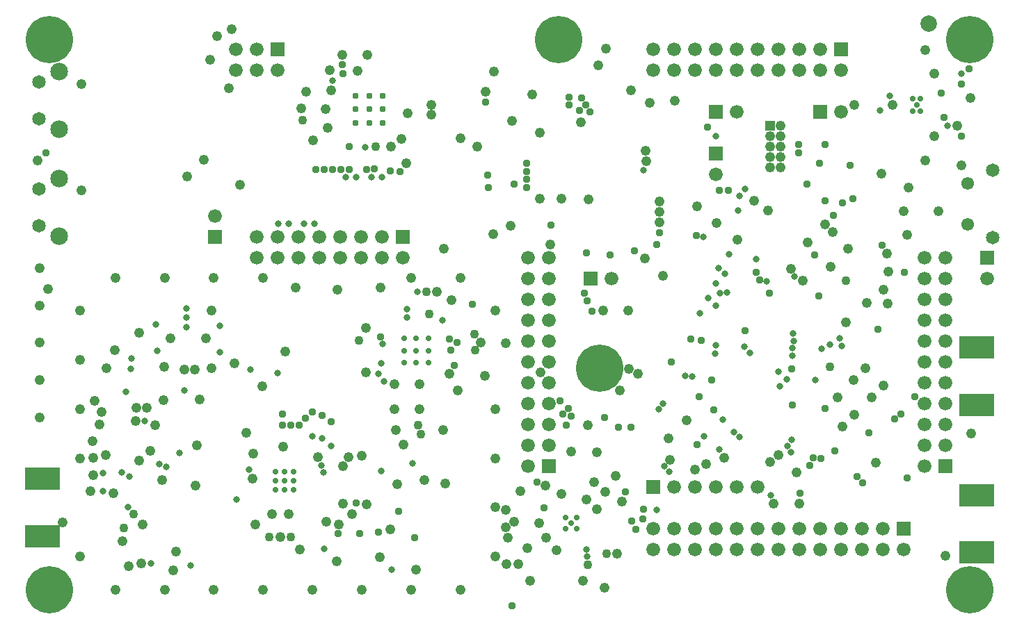
<source format=gbr>
G04 #@! TF.FileFunction,Soldermask,Bot*
%FSLAX46Y46*%
G04 Gerber Fmt 4.6, Leading zero omitted, Abs format (unit mm)*
G04 Created by KiCad (PCBNEW (2015-03-02 BZR 5466)-product) date 2015 April 22, Wednesday 22:19:37*
%MOMM*%
G01*
G04 APERTURE LIST*
%ADD10C,0.150000*%
%ADD11R,1.676400X1.676400*%
%ADD12C,1.676400*%
%ADD13C,1.652400*%
%ADD14C,2.152400*%
%ADD15C,0.777240*%
%ADD16C,0.736600*%
%ADD17R,1.219200X1.219200*%
%ADD18C,1.219200*%
%ADD19C,0.742240*%
%ADD20C,0.737400*%
%ADD21C,5.752400*%
%ADD22C,0.752400*%
%ADD23R,4.342400X2.817400*%
%ADD24C,1.552400*%
%ADD25C,2.000000*%
%ADD26C,0.838200*%
%ADD27C,0.939800*%
%ADD28C,1.092200*%
G04 APERTURE END LIST*
D10*
D11*
X173030000Y-155950000D03*
D12*
X170490000Y-155950000D03*
X173030000Y-153410000D03*
X170490000Y-153410000D03*
X173030000Y-150870000D03*
X170490000Y-150870000D03*
X173030000Y-148330000D03*
X170490000Y-148330000D03*
X173030000Y-145790000D03*
X170490000Y-145790000D03*
X173030000Y-143250000D03*
X170490000Y-143250000D03*
X173030000Y-140710000D03*
X170490000Y-140710000D03*
X173030000Y-138170000D03*
X170490000Y-138170000D03*
X173030000Y-135630000D03*
X170490000Y-135630000D03*
X173030000Y-133090000D03*
X170490000Y-133090000D03*
X173030000Y-130550000D03*
X170490000Y-130550000D03*
D13*
X62700000Y-122150000D03*
X62700000Y-126650000D03*
D14*
X65190000Y-127905000D03*
X65190000Y-120895000D03*
D15*
X102895400Y-112461800D03*
X102895400Y-114111800D03*
X101245400Y-114111800D03*
X101245400Y-112461800D03*
X101245400Y-110811800D03*
X102895400Y-110811800D03*
X104545400Y-110811800D03*
X104545400Y-112461800D03*
X104545400Y-114111800D03*
D16*
X108648500Y-141897100D03*
X108648500Y-143397100D03*
X107148500Y-143397100D03*
X107148500Y-141897100D03*
X107148500Y-140397100D03*
X108648500Y-140397100D03*
X110148500Y-140397100D03*
X110148500Y-141897100D03*
X110148500Y-143397100D03*
D11*
X137470000Y-158490000D03*
D12*
X140010000Y-158490000D03*
X142550000Y-158490000D03*
X145090000Y-158490000D03*
X147630000Y-158490000D03*
X150170000Y-158490000D03*
D17*
X151662600Y-114466600D03*
D18*
X152932600Y-114466600D03*
X151662600Y-115736600D03*
X152932600Y-115736600D03*
X151662600Y-117006600D03*
X152932600Y-117006600D03*
X151662600Y-118276600D03*
X152932600Y-118276600D03*
X151662600Y-119546600D03*
X152932600Y-119546600D03*
D11*
X160330000Y-105150000D03*
D12*
X160330000Y-107690000D03*
X157790000Y-105150000D03*
X157790000Y-107690000D03*
X155250000Y-105150000D03*
X155250000Y-107690000D03*
X152710000Y-105150000D03*
X152710000Y-107690000D03*
X150170000Y-105150000D03*
X150170000Y-107690000D03*
X147630000Y-105150000D03*
X147630000Y-107690000D03*
X145090000Y-105150000D03*
X145090000Y-107690000D03*
X142550000Y-105150000D03*
X142550000Y-107690000D03*
X140010000Y-105150000D03*
X140010000Y-107690000D03*
X137470000Y-105150000D03*
X137470000Y-107690000D03*
D19*
X92620400Y-157763600D03*
X92620400Y-156663600D03*
X93720400Y-156663600D03*
X93720400Y-157763600D03*
X93720400Y-158863600D03*
X92620400Y-158863600D03*
X91520400Y-158863600D03*
X91520400Y-157763600D03*
X91520400Y-156663600D03*
X127469200Y-162926000D03*
X126809200Y-163586000D03*
X126809200Y-162266000D03*
X128129200Y-162266000D03*
X128129200Y-163586000D03*
D11*
X84130000Y-128010000D03*
D12*
X84130000Y-125470000D03*
D11*
X145090000Y-112770000D03*
D12*
X147630000Y-112770000D03*
D11*
X157790000Y-112770000D03*
D12*
X160330000Y-112770000D03*
D20*
X169530000Y-111951200D03*
X169030000Y-112701200D03*
X170030000Y-112701200D03*
X170030000Y-111201200D03*
X169030000Y-111201200D03*
D13*
X62700000Y-109150000D03*
X62700000Y-113650000D03*
D14*
X65190000Y-114905000D03*
X65190000Y-107895000D03*
D11*
X167950000Y-163570000D03*
D12*
X167950000Y-166110000D03*
X165410000Y-163570000D03*
X165410000Y-166110000D03*
X162870000Y-163570000D03*
X162870000Y-166110000D03*
X160330000Y-163570000D03*
X160330000Y-166110000D03*
X157790000Y-163570000D03*
X157790000Y-166110000D03*
X155250000Y-163570000D03*
X155250000Y-166110000D03*
X152710000Y-163570000D03*
X152710000Y-166110000D03*
X150170000Y-163570000D03*
X150170000Y-166110000D03*
X147630000Y-163570000D03*
X147630000Y-166110000D03*
X145090000Y-163570000D03*
X145090000Y-166110000D03*
X142550000Y-163570000D03*
X142550000Y-166110000D03*
X140010000Y-163570000D03*
X140010000Y-166110000D03*
X137470000Y-163570000D03*
X137470000Y-166110000D03*
D11*
X91750000Y-105150000D03*
D12*
X91750000Y-107690000D03*
X89210000Y-105150000D03*
X89210000Y-107690000D03*
X86670000Y-105150000D03*
X86670000Y-107690000D03*
D11*
X145090000Y-117850000D03*
D12*
X145090000Y-120390000D03*
D11*
X178110000Y-130550000D03*
D12*
X178110000Y-133090000D03*
D11*
X124770000Y-155950000D03*
D12*
X122230000Y-155950000D03*
X124770000Y-153410000D03*
X122230000Y-153410000D03*
X124770000Y-150870000D03*
X122230000Y-150870000D03*
X124770000Y-148330000D03*
X122230000Y-148330000D03*
X124770000Y-145790000D03*
X122230000Y-145790000D03*
X124770000Y-143250000D03*
X122230000Y-143250000D03*
X124770000Y-140710000D03*
X122230000Y-140710000D03*
X124770000Y-138170000D03*
X122230000Y-138170000D03*
X124770000Y-135630000D03*
X122230000Y-135630000D03*
X124770000Y-133090000D03*
X122230000Y-133090000D03*
X124770000Y-130550000D03*
X122230000Y-130550000D03*
D11*
X129850000Y-133090000D03*
D12*
X132390000Y-133090000D03*
D21*
X64000000Y-104000000D03*
D22*
X64000000Y-101800000D03*
X61800000Y-104000000D03*
X64000000Y-106200000D03*
X66200000Y-104000000D03*
X65550000Y-102450000D03*
X62450000Y-102450000D03*
X62450000Y-105550000D03*
X65550000Y-105550000D03*
D21*
X64000000Y-171000000D03*
D22*
X64000000Y-168800000D03*
X61800000Y-171000000D03*
X64000000Y-173200000D03*
X66200000Y-171000000D03*
X65550000Y-169450000D03*
X62450000Y-169450000D03*
X62450000Y-172550000D03*
X65550000Y-172550000D03*
D21*
X176000000Y-171000000D03*
D22*
X176000000Y-168800000D03*
X173800000Y-171000000D03*
X176000000Y-173200000D03*
X178200000Y-171000000D03*
X177550000Y-169450000D03*
X174450000Y-169450000D03*
X174450000Y-172550000D03*
X177550000Y-172550000D03*
D21*
X176000000Y-104000000D03*
D22*
X176000000Y-101800000D03*
X173800000Y-104000000D03*
X176000000Y-106200000D03*
X178200000Y-104000000D03*
X177550000Y-102450000D03*
X174450000Y-102450000D03*
X174450000Y-105550000D03*
X177550000Y-105550000D03*
D21*
X126000000Y-104000000D03*
D22*
X126000000Y-101800000D03*
X123800000Y-104000000D03*
X126000000Y-106200000D03*
X128200000Y-104000000D03*
X127550000Y-102450000D03*
X124450000Y-102450000D03*
X124450000Y-105550000D03*
X127550000Y-105550000D03*
D21*
X131000000Y-144000000D03*
D22*
X131000000Y-141800000D03*
X128800000Y-144000000D03*
X131000000Y-146200000D03*
X133200000Y-144000000D03*
X132550000Y-142450000D03*
X129450000Y-142450000D03*
X129450000Y-145550000D03*
X132550000Y-145550000D03*
D11*
X106990000Y-128010000D03*
D12*
X106990000Y-130550000D03*
X104450000Y-128010000D03*
X104450000Y-130550000D03*
X101910000Y-128010000D03*
X101910000Y-130550000D03*
X99370000Y-128010000D03*
X99370000Y-130550000D03*
X96830000Y-128010000D03*
X96830000Y-130550000D03*
X94290000Y-128010000D03*
X94290000Y-130550000D03*
X91750000Y-128010000D03*
X91750000Y-130550000D03*
X89210000Y-128010000D03*
X89210000Y-130550000D03*
D23*
X63115000Y-157507500D03*
X63115000Y-164492500D03*
X176885000Y-166492500D03*
X176885000Y-159507500D03*
X176885000Y-148492500D03*
X176885000Y-141507500D03*
D13*
X178800000Y-128125000D03*
X178800000Y-119875000D03*
D24*
X175770000Y-126490000D03*
X175770000Y-121510000D03*
D25*
X171000000Y-102000000D03*
D26*
X73944200Y-142827200D03*
X154411800Y-141573600D03*
D18*
X119588400Y-167913400D03*
D27*
X120294400Y-173024800D03*
X108432600Y-164668200D03*
D26*
X147960200Y-152394000D03*
X73341200Y-146925600D03*
X76327700Y-167803800D03*
X139413100Y-156635800D03*
D27*
X145496400Y-122345800D03*
D18*
X123703200Y-123412600D03*
X123698000Y-115341400D03*
X128707000Y-114040000D03*
X117094000Y-110363000D03*
D26*
X86746200Y-160039400D03*
X81209000Y-168040400D03*
X88265000Y-156362400D03*
D18*
X119512200Y-163417600D03*
D27*
X127259200Y-110992000D03*
X128529200Y-112592200D03*
X128757800Y-111119000D03*
X129265800Y-111931800D03*
X129748400Y-112770000D03*
X122026800Y-121990200D03*
X122026800Y-119069200D03*
X122077600Y-120059800D03*
X122052200Y-121025000D03*
X129469000Y-135782400D03*
X117429400Y-122041000D03*
X129113400Y-134893400D03*
X117327800Y-120517000D03*
D26*
X136301600Y-119907400D03*
D27*
X120553600Y-121583800D03*
X139674600Y-143281400D03*
X142036800Y-140512800D03*
D26*
X145902800Y-150285800D03*
D18*
X84409400Y-103575200D03*
D26*
X165085000Y-112586200D03*
D27*
X127208400Y-111982600D03*
X169291000Y-147472400D03*
D26*
X160131864Y-140431638D03*
X160401272Y-141311703D03*
X157967800Y-141700600D03*
D27*
X167614600Y-149631400D03*
D26*
X159018313Y-141114138D03*
D27*
X157586800Y-135198200D03*
X123296800Y-157956600D03*
D26*
X152862400Y-146247200D03*
X142194400Y-145078800D03*
X145013800Y-142259400D03*
X141330800Y-145002600D03*
X145090000Y-141243400D03*
X153700600Y-145358200D03*
D27*
X156926400Y-154959400D03*
D26*
X154366540Y-152734589D03*
X151821000Y-159531400D03*
X153776800Y-153511600D03*
X154208600Y-154248200D03*
D27*
X151617800Y-134868000D03*
D18*
X85857200Y-109925200D03*
D26*
X151313000Y-133445600D03*
D27*
X142778600Y-153308400D03*
X144836000Y-149142800D03*
D18*
X83545800Y-106420000D03*
D26*
X138816200Y-155937300D03*
D27*
X175895120Y-107532520D03*
X172552600Y-110503400D03*
D18*
X86136600Y-102686200D03*
D26*
X157180400Y-145434400D03*
D27*
X154335600Y-144139000D03*
D26*
X147792993Y-124823953D03*
X143134200Y-137357200D03*
D27*
X127513200Y-149854000D03*
D26*
X146664800Y-130118200D03*
X145420200Y-131870800D03*
X145115400Y-133699600D03*
X145598000Y-134918800D03*
D27*
X127157600Y-148965000D03*
X126471800Y-149625400D03*
D26*
X144182930Y-135474537D03*
X145090000Y-136417400D03*
D27*
X126852800Y-150971600D03*
D26*
X146207600Y-132531200D03*
D27*
X126090800Y-147974400D03*
D26*
X146461600Y-134817200D03*
X145090000Y-115767200D03*
X148646000Y-122193400D03*
D27*
X144074000Y-114675000D03*
D26*
X147960200Y-123006200D03*
D27*
X162306000Y-157251400D03*
X154432000Y-148488400D03*
X162991800Y-158013400D03*
X157917000Y-155061000D03*
X155371800Y-159258000D03*
X156545400Y-155848400D03*
X155142400Y-116778000D03*
X157688400Y-119018400D03*
X155148400Y-117824600D03*
X158389695Y-148962882D03*
X168351200Y-157429200D03*
D18*
X167925000Y-124875000D03*
X168585000Y-122041000D03*
D27*
X161800000Y-123400000D03*
D18*
X176083080Y-111121540D03*
X165283000Y-120313800D03*
D27*
X158348800Y-123615800D03*
D26*
X143626154Y-152339458D03*
X145496400Y-153918000D03*
D18*
X76835000Y-151003000D03*
D26*
X70471000Y-159016000D03*
X73750000Y-157200000D03*
X77379800Y-155714000D03*
D27*
X124211200Y-161080800D03*
D26*
X98463100Y-108994700D03*
D27*
X132212200Y-130219800D03*
X115468400Y-136245600D03*
X130053200Y-137128600D03*
D26*
X102450900Y-117097300D03*
D27*
X106659800Y-120110600D03*
X125049400Y-126613000D03*
X117094000Y-111582200D03*
D18*
X134520174Y-144095583D03*
X151744305Y-155464587D03*
X147739111Y-128398095D03*
X155695618Y-133337236D03*
D28*
X158982392Y-143880057D03*
D18*
X160922127Y-138420061D03*
X154258777Y-131900395D03*
X175000000Y-119300000D03*
X168407200Y-127806800D03*
D27*
X160533200Y-123869800D03*
D18*
X172150000Y-124875000D03*
X75311000Y-163068000D03*
X73614400Y-168142000D03*
X65588000Y-162808000D03*
X176205000Y-152013000D03*
X128955800Y-169900600D03*
X122529600Y-169900600D03*
X124947800Y-128975200D03*
D27*
X138232000Y-127502000D03*
D18*
X112000000Y-129500000D03*
D27*
X159593400Y-154146600D03*
X163759000Y-151911400D03*
D18*
X129621400Y-123463400D03*
X112166400Y-158064200D03*
D27*
X97167000Y-149762600D03*
D18*
X92679800Y-141983000D03*
X69448800Y-147999800D03*
X81901000Y-153428000D03*
X89064400Y-163046800D03*
X104163000Y-167052200D03*
X106133900Y-151549100D03*
X111925100Y-151549100D03*
X118250000Y-167000000D03*
X80777200Y-120644000D03*
X134752200Y-110141100D03*
X96080700Y-116300600D03*
X94620200Y-112350900D03*
X102646600Y-105835800D03*
X173030000Y-166922800D03*
X133050400Y-166643400D03*
X130637400Y-154273600D03*
X127462400Y-154172000D03*
X129494400Y-150971600D03*
X67874000Y-122396600D03*
X69000000Y-159000000D03*
X67750000Y-143000000D03*
X67750000Y-149000000D03*
X67750000Y-155000000D03*
X67750000Y-167000000D03*
X99187000Y-163068000D03*
X119500000Y-141000000D03*
X114000000Y-171000000D03*
X108000000Y-171000000D03*
X102000000Y-171000000D03*
X72000000Y-171000000D03*
X78000000Y-171000000D03*
X96000000Y-171000000D03*
X90000000Y-171000000D03*
X84000000Y-171000000D03*
X117000000Y-145000000D03*
X118250000Y-137000000D03*
X94000000Y-134250000D03*
X114000000Y-133000000D03*
X104250000Y-134250000D03*
X118250000Y-161000000D03*
X118250000Y-149000000D03*
X118250000Y-155000000D03*
X119557800Y-161315400D03*
X108000000Y-133000000D03*
X99000000Y-134500000D03*
X67750000Y-137000000D03*
X72000000Y-133000000D03*
X78000000Y-133000000D03*
X84000000Y-133000000D03*
X90000000Y-133000000D03*
X62794000Y-136392000D03*
X62794000Y-131820000D03*
X62794000Y-150082600D03*
X62794000Y-145510600D03*
X62794000Y-140938600D03*
X62540000Y-118713600D03*
X87152600Y-121660000D03*
X139527400Y-155188000D03*
X143947000Y-155746800D03*
X138206600Y-126257400D03*
X124338200Y-158312200D03*
X121264800Y-158998000D03*
X120528200Y-162706400D03*
X133431400Y-146780600D03*
X131399400Y-137001600D03*
X131577200Y-170783600D03*
X140137000Y-111423800D03*
X130281800Y-157931200D03*
X164566600Y-155549600D03*
X131628000Y-159074200D03*
X138206600Y-124987400D03*
X117962800Y-127705200D03*
X139349600Y-152546400D03*
X158389695Y-126512241D03*
X165933110Y-130104344D03*
X125691200Y-166228000D03*
D26*
X96220400Y-126384400D03*
D27*
X105491400Y-119958200D03*
D18*
X102590600Y-160629600D03*
X100431600Y-154838400D03*
X102006400Y-154686000D03*
X107061000Y-153339800D03*
X74879200Y-139700000D03*
X88696800Y-157530800D03*
X82270600Y-147878800D03*
X77851000Y-147904200D03*
X75869800Y-148894800D03*
D26*
X94945200Y-126381000D03*
D18*
X106360400Y-158164000D03*
X71912200Y-141862000D03*
X70947000Y-144071800D03*
X77982800Y-143868600D03*
X79070200Y-168706800D03*
X106845100Y-116106700D03*
X83697800Y-143995600D03*
D26*
X80649800Y-137874200D03*
D18*
X161910000Y-111951200D03*
D28*
X101638100Y-140652500D03*
D18*
X154887395Y-156775704D03*
X70090000Y-150888000D03*
D28*
X93382400Y-164570800D03*
D27*
X92341000Y-149661000D03*
D26*
X101346000Y-120767600D03*
D18*
X98970400Y-167542600D03*
X76287600Y-154113800D03*
D28*
X90715400Y-164570800D03*
D18*
X107416600Y-119091200D03*
X94449200Y-166145600D03*
X81774000Y-158330200D03*
D27*
X92341000Y-151007200D03*
D18*
X159287720Y-127410267D03*
X170546000Y-105220200D03*
X122135200Y-165999400D03*
X161191535Y-129457765D03*
X166022912Y-136121115D03*
X142853852Y-124267177D03*
X78744800Y-140414200D03*
X122758200Y-110642400D03*
D28*
X160904166Y-133337236D03*
D27*
X102616000Y-119827800D03*
D18*
X83697800Y-136985200D03*
D27*
X98310000Y-150524600D03*
X94373000Y-151007200D03*
D18*
X160544956Y-151118143D03*
X149768649Y-123638559D03*
X102527100Y-144564100D03*
D26*
X80649800Y-136731200D03*
D18*
X108633400Y-168576200D03*
X112966500Y-135775700D03*
D26*
X104470200Y-120767600D03*
D18*
X110502700Y-113160300D03*
X99631500Y-105819700D03*
X80395800Y-144224200D03*
X120294400Y-113919000D03*
X170546000Y-118682200D03*
X98132900Y-107699300D03*
X113728500Y-146723100D03*
X166112715Y-132259605D03*
D28*
X94830900Y-113795300D03*
D18*
X116522500Y-140881100D03*
X109029500Y-149009100D03*
X109628500Y-157672300D03*
X165484097Y-134504669D03*
X165484097Y-146179002D03*
X166609000Y-111951200D03*
X88810400Y-154461600D03*
X95211900Y-110366300D03*
X131699000Y-105054400D03*
X71766400Y-159270000D03*
D28*
X74255600Y-161810000D03*
X115760500Y-139865100D03*
D26*
X93091000Y-126381000D03*
D18*
X105483800Y-163648600D03*
D27*
X100482400Y-119827800D03*
D18*
X97725800Y-162716600D03*
X87921400Y-151921600D03*
X164047256Y-147615843D03*
X74484200Y-150481600D03*
X111188500Y-134759700D03*
X171689000Y-108141200D03*
X152095200Y-160578800D03*
D27*
X93357000Y-151007200D03*
D18*
X136477870Y-130643159D03*
D27*
X174991000Y-115761200D03*
D26*
X91821000Y-126381000D03*
D18*
X102527100Y-139103100D03*
D27*
X103530400Y-119726200D03*
X97434400Y-119827800D03*
D28*
X73087200Y-163537200D03*
D18*
X92112400Y-164570800D03*
D27*
X172832000Y-113475200D03*
D18*
X100850000Y-161827600D03*
D28*
X108851700Y-150990300D03*
D18*
X110502700Y-111941100D03*
X69302600Y-157034800D03*
D27*
X98450400Y-119827800D03*
D18*
X161981797Y-149681302D03*
D27*
X99466400Y-119827800D03*
D26*
X80649800Y-139017200D03*
D18*
X105981500Y-149009100D03*
D26*
X100076000Y-120767600D03*
D18*
X86482200Y-143481600D03*
D27*
X96024000Y-149381600D03*
D28*
X115785900Y-141846300D03*
D18*
X114046000Y-116001800D03*
D28*
X109207300Y-152107900D03*
D27*
X96418400Y-119827800D03*
D18*
X121080200Y-167877800D03*
X69201000Y-152920000D03*
D26*
X103200200Y-120767600D03*
D18*
X74916000Y-155282200D03*
X118110000Y-107873800D03*
X81665800Y-144224200D03*
X69302600Y-154926600D03*
X70852000Y-154621800D03*
D28*
X109918500Y-134759700D03*
D18*
X77735400Y-157669800D03*
X171689000Y-115761200D03*
X96659000Y-154842600D03*
X83062800Y-140414200D03*
X136652000Y-118795800D03*
X126263400Y-123393200D03*
D27*
X174991000Y-109411200D03*
D18*
X89885800Y-146275600D03*
X174483000Y-114491200D03*
D27*
X164846000Y-139319000D03*
D26*
X76966800Y-138737800D03*
X84713800Y-138890200D03*
X154462600Y-139795600D03*
X77093800Y-141938200D03*
X84713800Y-142065200D03*
X148595200Y-141395800D03*
X97129600Y-155854400D03*
X97167000Y-152556600D03*
X149204800Y-142132400D03*
X97370200Y-156747600D03*
X98298000Y-153517600D03*
D27*
X143083400Y-147491800D03*
D26*
X96024000Y-152302600D03*
D27*
X95128200Y-150108000D03*
X144556600Y-145510600D03*
X136301600Y-161258600D03*
X104018200Y-163976400D03*
D26*
X108204000Y-155651200D03*
D27*
X106482000Y-161512600D03*
D26*
X105681920Y-168571120D03*
X175016400Y-108141200D03*
X166228000Y-110808200D03*
X173289200Y-114491200D03*
D27*
X161473000Y-119348600D03*
X157155000Y-130194400D03*
X159441000Y-125393800D03*
X165308400Y-129076800D03*
D26*
X154701360Y-132896960D03*
D27*
X148646000Y-139490800D03*
D26*
X107518200Y-137845800D03*
X88488800Y-144243600D03*
D27*
X101732200Y-164205000D03*
D26*
X137901800Y-161309400D03*
X97390520Y-166023680D03*
D27*
X150017600Y-132353400D03*
D26*
X104749600Y-145618200D03*
X75576400Y-150481600D03*
X147325200Y-151809800D03*
X70471000Y-156857000D03*
X72757000Y-156730000D03*
X73893400Y-144097200D03*
X154437200Y-142513400D03*
X129392800Y-166973600D03*
D27*
X133202800Y-151225600D03*
D26*
X138638400Y-148355400D03*
D27*
X135361800Y-163646200D03*
X134091800Y-159074200D03*
D26*
X129374200Y-166101000D03*
D27*
X134828400Y-162681000D03*
D26*
X138181200Y-149066600D03*
D27*
X134803000Y-151251000D03*
X131551800Y-150082600D03*
X143281400Y-140639800D03*
D26*
X108762800Y-134721600D03*
X143608193Y-128038885D03*
D27*
X135186540Y-129714340D03*
D26*
X107518200Y-136855200D03*
D27*
X99598600Y-107055000D03*
X113289200Y-143732600D03*
X129316600Y-129991200D03*
X99740840Y-108147200D03*
D26*
X91765400Y-144624600D03*
D27*
X99110800Y-164160200D03*
X136200000Y-162376200D03*
X101325800Y-160420400D03*
D26*
X104394000Y-156591000D03*
D27*
X150424000Y-133267800D03*
D26*
X104038400Y-144729200D03*
X152735400Y-144418400D03*
X73533000Y-160985200D03*
X79843600Y-154342400D03*
X78192600Y-156095000D03*
X80416400Y-146761200D03*
X154538800Y-140735400D03*
D18*
X72903200Y-165119400D03*
X119740800Y-164662200D03*
X63810000Y-134360000D03*
D27*
X104279700Y-140195300D03*
D28*
X110197900Y-137426700D03*
D18*
X105562400Y-117059200D03*
X101460300Y-107826300D03*
X98252400Y-110153800D03*
X97604700Y-112414400D03*
X99720400Y-160553400D03*
X92468000Y-153572600D03*
X93103000Y-161827600D03*
D26*
X104406700Y-143421100D03*
D18*
X99707000Y-155985600D03*
X75184700Y-167803800D03*
D26*
X104584500Y-141109700D03*
D28*
X103657400Y-117033800D03*
D18*
X109029500Y-146011900D03*
X105981500Y-145986500D03*
X74535000Y-148856000D03*
D27*
X112864900Y-141846300D03*
D18*
X97828100Y-114735100D03*
X112712500Y-144691100D03*
D27*
X100482400Y-117033800D03*
D18*
X79375700Y-166406800D03*
X70369400Y-149364000D03*
D27*
X112712500Y-140474700D03*
X146588600Y-122320400D03*
X168000800Y-132353400D03*
X156189800Y-121609200D03*
X166832400Y-150235000D03*
X63581400Y-117773800D03*
D18*
X120142000Y-126669800D03*
X82809200Y-118662800D03*
X135615800Y-144697800D03*
X163492300Y-136112600D03*
X159872800Y-147593400D03*
X123754000Y-144520000D03*
X67874000Y-109442600D03*
D27*
X137927200Y-128975200D03*
D18*
X142524600Y-156381800D03*
X126326200Y-159370000D03*
X123576200Y-162935000D03*
D27*
X113601500Y-140906500D03*
D18*
X134412411Y-137019141D03*
X116078000Y-117017800D03*
X107599600Y-112922400D03*
D28*
X129501200Y-168006000D03*
D18*
X91096400Y-161776800D03*
X137033000Y-111683800D03*
X155219400Y-160553400D03*
X130637400Y-161207800D03*
X133634600Y-160293400D03*
X132898000Y-157169200D03*
X138206600Y-123692000D03*
X129311400Y-160020000D03*
X124409200Y-164719000D03*
D27*
X158348800Y-116808600D03*
D18*
X146086744Y-154979653D03*
X163328836Y-144023741D03*
X130810000Y-107111800D03*
X145206679Y-126332636D03*
X151474898Y-124805993D03*
X138633131Y-132798420D03*
X136525000Y-117525800D03*
X141506813Y-150399722D03*
X152732133Y-154620443D03*
X161891995Y-145460582D03*
X159061418Y-131688461D03*
X156234433Y-128667503D03*
D28*
X131787200Y-166609000D03*
D26*
X111823500Y-138188700D03*
X150038057Y-130768883D03*
D27*
X142702400Y-127857600D03*
M02*

</source>
